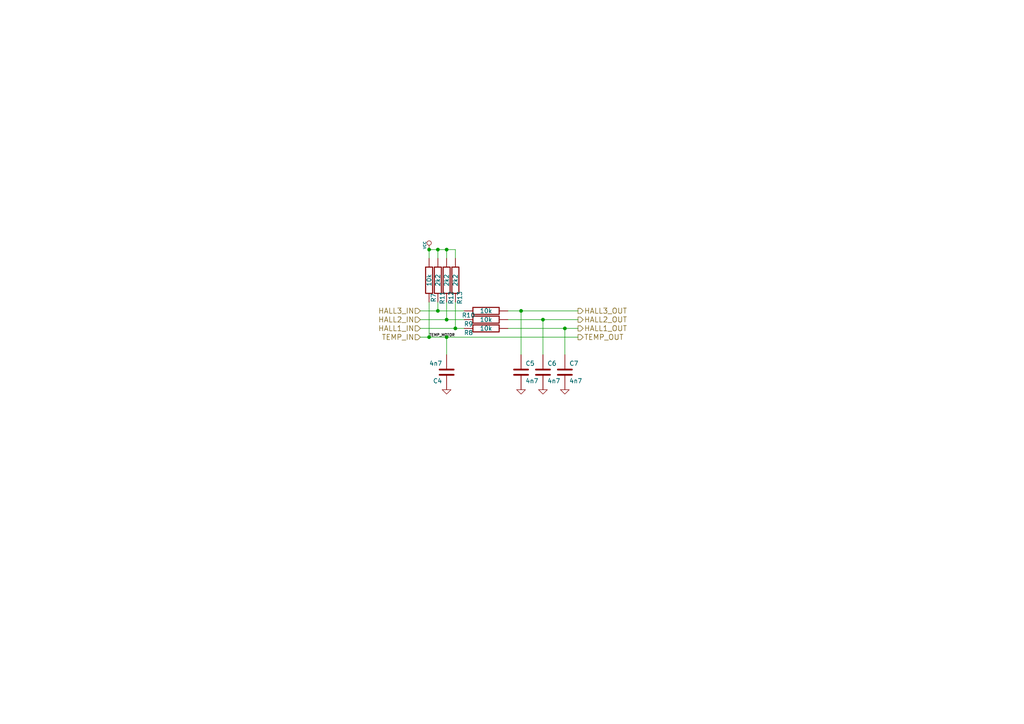
<source format=kicad_sch>
(kicad_sch (version 20231120) (generator "eeschema") (generator_version "8.0")
  (paper "A4")
  (title_block (title "BLDC Driver 4.11") (date "21 aug 2015") (rev "4.12") (company "Benjamin Vedder"))
  (lib_symbols
    (symbol "BLDC_4-rescue:C-RESCUE-BLDC_4" (pin_numbers hide) (pin_names (offset 0.254))
      (property "Reference" "C" (at 0 2.54 0))
      (property "Value" "C-RESCUE-BLDC_4" (at 0.1524 -2.159 0))
      (symbol "C-RESCUE-BLDC_4_0_1"
        (polyline (pts (xy -2.032 -0.762) (xy 2.032 -0.762)) (stroke (width 0.508)))
        (polyline (pts (xy -2.032 0.762) (xy 2.032 0.762)) (stroke (width 0.508)))
      )
      (symbol "C-RESCUE-BLDC_4_1_1"
        (pin passive line (at 0 5.08 270) (length 4.318) (name "~") (number "1"))
        (pin passive line (at 0 -5.08 90) (length 4.318) (name "~") (number "2"))
      )
    )
    (symbol "BLDC_4-rescue:GND-RESCUE-BLDC_4" (power) (pin_names (offset 0))
      (symbol "GND-RESCUE-BLDC_4_0_1"
        (polyline (pts (xy -1.27 0) (xy 0 -1.27) (xy 1.27 0) (xy -1.27 0)))
      )
      (symbol "GND-RESCUE-BLDC_4_1_1"
        (pin power_in line (at 0 0 90) (length 0) hide (name "GND") (number "1"))
      )
    )
    (symbol "BLDC_4-rescue:R-RESCUE-BLDC_4" (pin_numbers hide) (pin_names (offset 0))
      (property "Reference" "R" (at 2.032 0 90))
      (property "Value" "R-RESCUE-BLDC_4" (at 0.1778 0.0254 90))
      (symbol "R-RESCUE-BLDC_4_0_1"
        (rectangle (start -1.016 3.81) (end 1.016 -3.81) (stroke (width 0.3048)))
      )
      (symbol "R-RESCUE-BLDC_4_1_1"
        (pin passive line (at 0 6.35 270) (length 2.54) (name "~") (number "1"))
        (pin passive line (at 0 -6.35 90) (length 2.54) (name "~") (number "2"))
      )
    )
    (symbol "BLDC_4-rescue:VCC" (power) (pin_names (offset 0))
      (property "Value" "VCC" (at 0 3.81 0))
      (symbol "VCC_0_1"
        (polyline (pts (xy 0 0) (xy 0 1.27)))
        (circle (center 0 1.905) (radius 0.635))
      )
      (symbol "VCC_1_1"
        (pin power_in line (at 0 0 90) (length 0) hide (name "VCC") (number "1"))
      )
    )
  )
  (junction (at 163.83 95.25))
  (junction (at 132.08 95.25))
  (junction (at 124.46 72.39))
  (junction (at 124.46 97.79))
  (junction (at 127 90.17))
  (junction (at 129.54 97.79))
  (junction (at 157.48 92.71))
  (junction (at 129.54 72.39))
  (junction (at 129.54 92.71))
  (junction (at 151.13 90.17))
  (junction (at 127 72.39))
  (wire (pts (xy 132.08 72.39) (xy 132.08 74.93)))
  (wire (pts (xy 127 87.63) (xy 127 90.17)))
  (wire (pts (xy 129.54 72.39) (xy 129.54 74.93)))
  (wire (pts (xy 124.46 97.79) (xy 129.54 97.79)))
  (wire (pts (xy 151.13 90.17) (xy 151.13 102.87)))
  (wire (pts (xy 124.46 72.39) (xy 127 72.39)))
  (wire (pts (xy 163.83 95.25) (xy 167.64 95.25)))
  (wire (pts (xy 157.48 92.71) (xy 157.48 102.87)))
  (wire (pts (xy 129.54 92.71) (xy 134.62 92.71)))
  (wire (pts (xy 132.08 87.63) (xy 132.08 95.25)))
  (wire (pts (xy 147.32 90.17) (xy 151.13 90.17)))
  (wire (pts (xy 157.48 92.71) (xy 167.64 92.71)))
  (wire (pts (xy 151.13 90.17) (xy 167.64 90.17)))
  (wire (pts (xy 127 90.17) (xy 134.62 90.17)))
  (wire (pts (xy 127 72.39) (xy 129.54 72.39)))
  (wire (pts (xy 121.92 95.25) (xy 132.08 95.25)))
  (wire (pts (xy 129.54 87.63) (xy 129.54 92.71)))
  (wire (pts (xy 124.46 72.39) (xy 124.46 74.93)))
  (wire (pts (xy 127 74.93) (xy 127 72.39)))
  (wire (pts (xy 121.92 97.79) (xy 124.46 97.79)))
  (wire (pts (xy 129.54 97.79) (xy 167.64 97.79)))
  (wire (pts (xy 121.92 92.71) (xy 129.54 92.71)))
  (wire (pts (xy 147.32 92.71) (xy 157.48 92.71)))
  (wire (pts (xy 124.46 87.63) (xy 124.46 97.79)))
  (wire (pts (xy 129.54 72.39) (xy 132.08 72.39)))
  (wire (pts (xy 147.32 95.25) (xy 163.83 95.25)))
  (wire (pts (xy 132.08 95.25) (xy 134.62 95.25)))
  (wire (pts (xy 163.83 95.25) (xy 163.83 102.87)))
  (wire (pts (xy 121.92 90.17) (xy 127 90.17)))
  (wire (pts (xy 129.54 97.79) (xy 129.54 102.87)))
  (label "TEMP_MOTOR" (at 124.46 97.79 0) (effects (font (size 0.762 0.762))))
  (hierarchical_label "HALL3_OUT" (shape output) (at 167.64 90.17 0) (effects (font (size 1.524 1.524))))
  (hierarchical_label "HALL3_IN" (shape input) (at 121.92 90.17 180) (effects (font (size 1.524 1.524))))
  (hierarchical_label "TEMP_OUT" (shape output) (at 167.64 97.79 0) (effects (font (size 1.524 1.524))))
  (hierarchical_label "HALL1_OUT" (shape output) (at 167.64 95.25 0) (effects (font (size 1.524 1.524))))
  (hierarchical_label "TEMP_IN" (shape input) (at 121.92 97.79 180) (effects (font (size 1.524 1.524))))
  (hierarchical_label "HALL2_OUT" (shape output) (at 167.64 92.71 0) (effects (font (size 1.524 1.524))))
  (hierarchical_label "HALL1_IN" (shape input) (at 121.92 95.25 180) (effects (font (size 1.524 1.524))))
  (hierarchical_label "HALL2_IN" (shape input) (at 121.92 92.71 180) (effects (font (size 1.524 1.524))))
  (symbol (lib_name "BLDC_4-rescue:R-RESCUE-BLDC_4") (lib_id "BLDC_4-rescue:R-RESCUE-BLDC_4") (at 124.46 81.28 180) (unit 1)
    (property "Reference" "R7" (at 125.73 86.36 90))
    (property "Value" "10k" (at 124.46 81.28 90))
    (property "Footprint" "CRF1:SMD-0603_r" (effects (hide yes)))
  )
  (symbol (lib_name "BLDC_4-rescue:R-RESCUE-BLDC_4") (lib_id "BLDC_4-rescue:R-RESCUE-BLDC_4") (at 140.97 95.25 90) (unit 1)
    (property "Reference" "R8" (at 135.89 96.52 90))
    (property "Value" "10k" (at 140.97 95.25 90))
    (property "Footprint" "CRF1:SMD-0603_r" (effects (hide yes)))
  )
  (symbol (lib_name "BLDC_4-rescue:R-RESCUE-BLDC_4") (lib_id "BLDC_4-rescue:R-RESCUE-BLDC_4") (at 140.97 92.71 90) (unit 1)
    (property "Reference" "R9" (at 135.89 93.98 90))
    (property "Value" "10k" (at 140.97 92.71 90))
    (property "Footprint" "CRF1:SMD-0603_r" (effects (hide yes)))
  )
  (symbol (lib_name "BLDC_4-rescue:R-RESCUE-BLDC_4") (lib_id "BLDC_4-rescue:R-RESCUE-BLDC_4") (at 140.97 90.17 90) (unit 1)
    (property "Reference" "R10" (at 135.89 91.44 90))
    (property "Value" "10k" (at 140.97 90.17 90))
    (property "Footprint" "CRF1:SMD-0603_r" (effects (hide yes)))
  )
  (symbol (lib_name "BLDC_4-rescue:C-RESCUE-BLDC_4") (lib_id "BLDC_4-rescue:C-RESCUE-BLDC_4") (at 151.13 107.95 0) (unit 1)
    (property "Reference" "C5" (at 152.4 105.41 0) (effects (justify left)))
    (property "Value" "4n7" (at 152.4 110.49 0) (effects (justify left)))
    (property "Footprint" "CRF1:SMD-0603_c" (effects (hide yes)))
  )
  (symbol (lib_name "BLDC_4-rescue:C-RESCUE-BLDC_4") (lib_id "BLDC_4-rescue:C-RESCUE-BLDC_4") (at 157.48 107.95 0) (unit 1)
    (property "Reference" "C6" (at 158.75 105.41 0) (effects (justify left)))
    (property "Value" "4n7" (at 158.75 110.49 0) (effects (justify left)))
    (property "Footprint" "CRF1:SMD-0603_c" (effects (hide yes)))
  )
  (symbol (lib_name "BLDC_4-rescue:C-RESCUE-BLDC_4") (lib_id "BLDC_4-rescue:C-RESCUE-BLDC_4") (at 163.83 107.95 0) (unit 1)
    (property "Reference" "C7" (at 165.1 105.41 0) (effects (justify left)))
    (property "Value" "4n7" (at 165.1 110.49 0) (effects (justify left)))
    (property "Footprint" "CRF1:SMD-0603_c" (effects (hide yes)))
  )
  (symbol (lib_name "BLDC_4-rescue:GND-RESCUE-BLDC_4") (lib_id "BLDC_4-rescue:GND-RESCUE-BLDC_4") (at 151.13 113.03 0) (unit 1)
    (property "Reference" "#PWR030" (effects (hide yes)))
    (property "Value" "GND" (effects (hide yes)))
  )
  (symbol (lib_name "BLDC_4-rescue:R-RESCUE-BLDC_4") (lib_id "BLDC_4-rescue:R-RESCUE-BLDC_4") (at 127 81.28 180) (unit 1)
    (property "Reference" "R11" (at 128.27 86.36 90))
    (property "Value" "2k2" (at 127 81.28 90))
    (property "Footprint" "CRF1:SMD-0603_r" (effects (hide yes)))
  )
  (symbol (lib_name "BLDC_4-rescue:R-RESCUE-BLDC_4") (lib_id "BLDC_4-rescue:R-RESCUE-BLDC_4") (at 129.54 81.28 180) (unit 1)
    (property "Reference" "R12" (at 130.81 86.36 90))
    (property "Value" "2k2" (at 129.54 81.28 90))
    (property "Footprint" "CRF1:SMD-0603_r" (effects (hide yes)))
  )
  (symbol (lib_name "BLDC_4-rescue:R-RESCUE-BLDC_4") (lib_id "BLDC_4-rescue:R-RESCUE-BLDC_4") (at 132.08 81.28 180) (unit 1)
    (property "Reference" "R13" (at 133.35 86.36 90))
    (property "Value" "2k2" (at 132.08 81.28 90))
    (property "Footprint" "CRF1:SMD-0603_r" (effects (hide yes)))
  )
  (symbol (lib_name "BLDC_4-rescue:C-RESCUE-BLDC_4") (lib_id "BLDC_4-rescue:C-RESCUE-BLDC_4") (at 129.54 107.95 180) (unit 1)
    (property "Reference" "C4" (at 128.27 110.49 0) (effects (justify left)))
    (property "Value" "4n7" (at 128.27 105.41 0) (effects (justify left)))
    (property "Footprint" "CRF1:SMD-0603_c" (effects (hide yes)))
  )
  (symbol (lib_name "BLDC_4-rescue:GND-RESCUE-BLDC_4") (lib_id "BLDC_4-rescue:GND-RESCUE-BLDC_4") (at 129.54 113.03 0) (unit 1)
    (property "Reference" "#PWR031" (effects (hide yes)))
    (property "Value" "GND" (effects (hide yes)))
  )
  (symbol (lib_name "BLDC_4-rescue:VCC") (lib_id "BLDC_4-rescue:VCC") (at 124.46 72.39 0) (unit 1)
    (property "Reference" "#PWR032" (effects (hide yes)))
    (property "Value" "VCC" (at 123.19 71.12 90) (effects (font (size 0.762 0.762))))
  )
  (symbol (lib_name "BLDC_4-rescue:GND-RESCUE-BLDC_4") (lib_id "BLDC_4-rescue:GND-RESCUE-BLDC_4") (at 157.48 113.03 0) (unit 1)
    (property "Reference" "#PWR033" (effects (hide yes)))
    (property "Value" "GND" (effects (hide yes)))
  )
  (symbol (lib_name "BLDC_4-rescue:GND-RESCUE-BLDC_4") (lib_id "BLDC_4-rescue:GND-RESCUE-BLDC_4") (at 163.83 113.03 0) (unit 1)
    (property "Reference" "#PWR034" (effects (hide yes)))
    (property "Value" "GND" (effects (hide yes)))
  )
)
</source>
